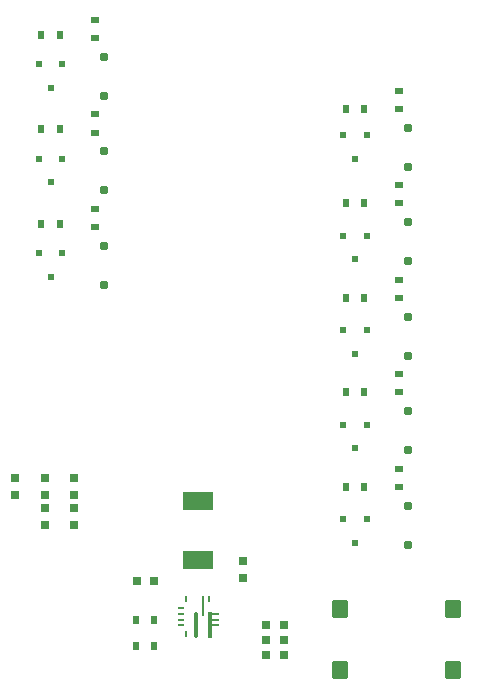
<source format=gbr>
G04 --- HEADER BEGIN --- *
G04 #@! TF.GenerationSoftware,LibrePCB,LibrePCB,1.0.0*
G04 #@! TF.CreationDate,2024-10-09T11:39:01*
G04 #@! TF.ProjectId,OSm Thermal,b11a65fa-6c4c-431c-8545-341aca355aaf,v1.11*
G04 #@! TF.Part,Single*
G04 #@! TF.SameCoordinates*
G04 #@! TF.FileFunction,Paste,Bot*
G04 #@! TF.FilePolarity,Positive*
%FSLAX66Y66*%
%MOMM*%
G01*
G75*
G04 --- HEADER END --- *
G04 --- APERTURE LIST BEGIN --- *
%AMROUNDEDRECT10*20,1,0.72,-0.225,0.0,0.225,0.0,0.0*20,1,0.45,-0.36,0.0,0.36,0.0,0.0*1,1,0.27,-0.225,0.225*1,1,0.27,0.225,0.225*1,1,0.27,0.225,-0.225*1,1,0.27,-0.225,-0.225*%
%ADD10ROUNDEDRECT10*%
%AMROUNDEDRECT11*20,1,1.6,-1.25,0.0,1.25,0.0,0.0*20,1,1.5,-1.3,0.0,1.3,0.0,0.0*1,1,0.1,-1.25,0.75*1,1,0.1,1.25,0.75*1,1,0.1,1.25,-0.75*1,1,0.1,-1.25,-0.75*%
%ADD11ROUNDEDRECT11*%
%AMROUNDEDRECT12*20,1,0.2,-0.2375,0.0,0.2375,0.0,0.0*20,1,0.125,-0.275,0.0,0.275,0.0,0.0*1,1,0.075,-0.2375,0.0625*1,1,0.075,0.2375,0.0625*1,1,0.075,0.2375,-0.0625*1,1,0.075,-0.2375,-0.0625*%
%ADD12ROUNDEDRECT12*%
%AMROUNDEDRECT13*20,1,0.2,-0.2375,0.0,0.2375,0.0,90.0*20,1,0.125,-0.275,0.0,0.275,0.0,90.0*1,1,0.075,-0.0625,-0.2375*1,1,0.075,-0.0625,0.2375*1,1,0.075,0.0625,0.2375*1,1,0.075,0.0625,-0.2375*%
%ADD13ROUNDEDRECT13*%
%AMROUNDEDRECT14*20,1,0.2,-0.2875,0.0,0.2875,0.0,0.0*20,1,0.125,-0.325,0.0,0.325,0.0,0.0*1,1,0.075,-0.2875,0.0625*1,1,0.075,0.2875,0.0625*1,1,0.075,0.2875,-0.0625*1,1,0.075,-0.2875,-0.0625*%
%ADD14ROUNDEDRECT14*%
%AMOUTLINE15*4,1,16,-0.15,-1.086603,-0.186603,-1.05,-0.2,-1.0,-0.2,1.0,-0.186603,1.05,-0.15,1.086603,-0.1,1.1,0.1,1.1,0.15,1.086603,0.186603,1.05,0.2,1.0,0.2,-1.0,0.186603,-1.05,0.15,-1.086603,0.1,-1.1,-0.1,-1.1,-0.15,-1.086603,180.0*%
%ADD15OUTLINE15*%
%AMROUNDEDRECT16*20,1,0.2,-0.8375,0.0,0.8375,0.0,90.0*20,1,0.125,-0.875,0.0,0.875,0.0,90.0*1,1,0.075,-0.0625,-0.8375*1,1,0.075,-0.0625,0.8375*1,1,0.075,0.0625,0.8375*1,1,0.075,0.0625,-0.8375*%
%ADD16ROUNDEDRECT16*%
%AMROUNDEDRECT17*20,1,0.32,-1.0,0.0,1.0,0.0,90.0*20,1,0.2,-1.06,0.0,1.06,0.0,90.0*1,1,0.12,-0.1,-1.0*1,1,0.12,-0.1,1.0*1,1,0.12,0.1,1.0*1,1,0.12,0.1,-1.0*%
%ADD17ROUNDEDRECT17*%
%ADD18R,0.6X0.65*%
%ADD19R,0.69X0.64*%
%ADD20R,0.65X0.6*%
%ADD21R,0.64X0.69*%
%AMROUNDEDRECT22*20,1,0.56,-0.175,0.0,0.175,0.0,0.0*20,1,0.35,-0.28,0.0,0.28,0.0,0.0*1,1,0.21,-0.175,0.175*1,1,0.21,0.175,0.175*1,1,0.21,0.175,-0.175*1,1,0.21,-0.175,-0.175*%
%ADD22ROUNDEDRECT22*%
%AMROUNDEDRECT23*20,1,1.28,-0.652,0.0,0.652,0.0,90.0*20,1,1.104,-0.74,0.0,0.74,0.0,90.0*1,1,0.176,-0.552,-0.652*1,1,0.176,-0.552,0.652*1,1,0.176,0.552,0.652*1,1,0.176,0.552,-0.652*%
%ADD23ROUNDEDRECT23*%
G04 --- APERTURE LIST END --- *
G04 --- BOARD BEGIN --- *
D10*
G04 #@! TO.C,D6*
X51750000Y-11600000D03*
X51750000Y-14900000D03*
D11*
G04 #@! TO.C,L1*
X34000000Y-48250000D03*
X34000000Y-43250000D03*
D10*
G04 #@! TO.C,D7*
X26000000Y-5600000D03*
X26000000Y-8900000D03*
G04 #@! TO.C,D9*
X26000000Y-21600000D03*
X26000000Y-24900000D03*
D12*
G04 #@! TO.C,U1*
X32500000Y-52750000D03*
D13*
X33000000Y-54500000D03*
X33000000Y-51500000D03*
D14*
X35450000Y-53250000D03*
D13*
X34900000Y-51500000D03*
D12*
X32500000Y-52250000D03*
D15*
X35000000Y-53700000D03*
D12*
X32500000Y-53250000D03*
X32500000Y-53750000D03*
D16*
X34400000Y-52100000D03*
D14*
X35450000Y-52750000D03*
D17*
X33800000Y-53700000D03*
D14*
X35450000Y-53750000D03*
D18*
G04 #@! TO.C,R10*
X20725000Y-11750000D03*
X22275000Y-11750000D03*
D19*
G04 #@! TO.C,C5*
X39775000Y-53750000D03*
X41225000Y-53750000D03*
D20*
G04 #@! TO.C,R15*
X51000000Y-32475000D03*
X51000000Y-34025000D03*
D19*
G04 #@! TO.C,C4*
X39775000Y-55000000D03*
X41225000Y-55000000D03*
D21*
G04 #@! TO.C,C7*
X23500000Y-41275000D03*
X23500000Y-42725000D03*
D18*
G04 #@! TO.C,R3*
X28725000Y-53250000D03*
X30275000Y-53250000D03*
D22*
G04 #@! TO.C,Q2*
X46250000Y-36750000D03*
X48250000Y-36750000D03*
X47250000Y-38750000D03*
D18*
G04 #@! TO.C,R1*
X30275000Y-55500000D03*
X28725000Y-55500000D03*
D20*
G04 #@! TO.C,R14*
X51000000Y-40475000D03*
X51000000Y-42025000D03*
D19*
G04 #@! TO.C,C3*
X39775000Y-56250000D03*
X41225000Y-56250000D03*
D23*
G04 #@! TO.C,BR1*
X55600000Y-52400000D03*
X46000000Y-57500000D03*
X46000000Y-52400000D03*
X55600000Y-57500000D03*
D18*
G04 #@! TO.C,R5*
X46475000Y-34000000D03*
X48025000Y-34000000D03*
D22*
G04 #@! TO.C,Q5*
X46250000Y-12250000D03*
X48250000Y-12250000D03*
X47250000Y-14250000D03*
D19*
G04 #@! TO.C,C1*
X28775000Y-50000000D03*
X30225000Y-50000000D03*
D20*
G04 #@! TO.C,R16*
X51000000Y-24475000D03*
X51000000Y-26025000D03*
D21*
G04 #@! TO.C,C10*
X23500000Y-45225000D03*
X23500000Y-43775000D03*
D10*
G04 #@! TO.C,D3*
X51750000Y-35600000D03*
X51750000Y-38900000D03*
D21*
G04 #@! TO.C,C2*
X37750000Y-49725000D03*
X37750000Y-48275000D03*
D10*
G04 #@! TO.C,D2*
X51750000Y-43600000D03*
X51750000Y-46900000D03*
D20*
G04 #@! TO.C,R18*
X51000000Y-8475000D03*
X51000000Y-10025000D03*
D22*
G04 #@! TO.C,Q4*
X46250000Y-20750000D03*
X48250000Y-20750000D03*
X47250000Y-22750000D03*
D10*
G04 #@! TO.C,D8*
X26000000Y-13600000D03*
X26000000Y-16900000D03*
D18*
G04 #@! TO.C,R4*
X46475000Y-42000000D03*
X48025000Y-42000000D03*
D22*
G04 #@! TO.C,Q8*
X20500000Y-22250000D03*
X22500000Y-22250000D03*
X21500000Y-24250000D03*
D18*
G04 #@! TO.C,R7*
X46475000Y-18000000D03*
X48025000Y-18000000D03*
D20*
G04 #@! TO.C,R20*
X25250000Y-10475000D03*
X25250000Y-12025000D03*
D22*
G04 #@! TO.C,Q3*
X46250000Y-28750000D03*
X48250000Y-28750000D03*
X47250000Y-30750000D03*
D21*
G04 #@! TO.C,C6*
X18500000Y-41275000D03*
X18500000Y-42725000D03*
D18*
G04 #@! TO.C,R11*
X20725000Y-19750000D03*
X22275000Y-19750000D03*
G04 #@! TO.C,R8*
X46475000Y-10000000D03*
X48025000Y-10000000D03*
D10*
G04 #@! TO.C,D4*
X51750000Y-27600000D03*
X51750000Y-30900000D03*
D22*
G04 #@! TO.C,Q1*
X46250000Y-44750000D03*
X48250000Y-44750000D03*
X47250000Y-46750000D03*
D20*
G04 #@! TO.C,R17*
X51000000Y-16475000D03*
X51000000Y-18025000D03*
D22*
G04 #@! TO.C,Q7*
X20500000Y-14250000D03*
X22500000Y-14250000D03*
X21500000Y-16250000D03*
D18*
G04 #@! TO.C,R6*
X46475000Y-26000000D03*
X48025000Y-26000000D03*
G04 #@! TO.C,R9*
X20725000Y-3750000D03*
X22275000Y-3750000D03*
D21*
G04 #@! TO.C,C9*
X21000000Y-45225000D03*
X21000000Y-43775000D03*
D10*
G04 #@! TO.C,D5*
X51750000Y-19600000D03*
X51750000Y-22900000D03*
D21*
G04 #@! TO.C,C8*
X21000000Y-41275000D03*
X21000000Y-42725000D03*
D20*
G04 #@! TO.C,R19*
X25250000Y-2475000D03*
X25250000Y-4025000D03*
G04 #@! TO.C,R21*
X25250000Y-18475000D03*
X25250000Y-20025000D03*
D22*
G04 #@! TO.C,Q6*
X20500000Y-6250000D03*
X22500000Y-6250000D03*
X21500000Y-8250000D03*
G04 --- BOARD END --- *
G04 #@! TF.MD5,76213812416e74c30b54801aea438dc6*
M02*

</source>
